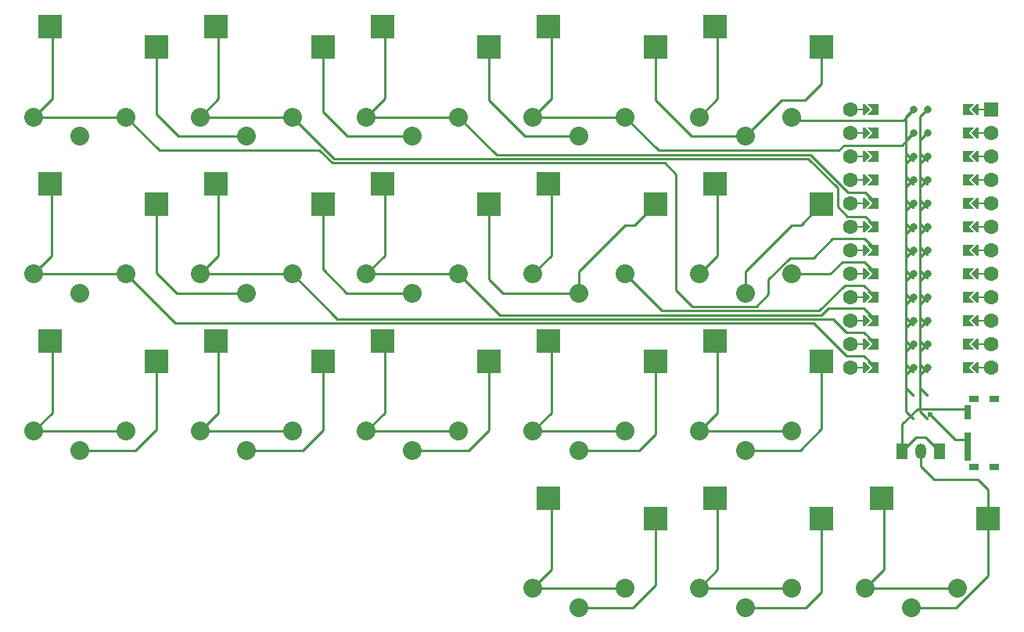
<source format=gbr>
%TF.GenerationSoftware,KiCad,Pcbnew,(6.0.7)*%
%TF.CreationDate,2022-08-24T19:26:19+02:00*%
%TF.ProjectId,leko_pona,6c656b6f-5f70-46f6-9e61-2e6b69636164,v1.0.0*%
%TF.SameCoordinates,Original*%
%TF.FileFunction,Copper,L2,Bot*%
%TF.FilePolarity,Positive*%
%FSLAX46Y46*%
G04 Gerber Fmt 4.6, Leading zero omitted, Abs format (unit mm)*
G04 Created by KiCad (PCBNEW (6.0.7)) date 2022-08-24 19:26:19*
%MOMM*%
%LPD*%
G01*
G04 APERTURE LIST*
G04 Aperture macros list*
%AMFreePoly0*
4,1,5,0.125000,-0.500000,-0.125000,-0.500000,-0.125000,0.500000,0.125000,0.500000,0.125000,-0.500000,0.125000,-0.500000,$1*%
%AMFreePoly1*
4,1,6,0.600000,0.200000,0.000000,-0.400000,-0.600000,0.200000,-0.600000,0.400000,0.600000,0.400000,0.600000,0.200000,0.600000,0.200000,$1*%
%AMFreePoly2*
4,1,49,0.004773,0.123721,0.009154,0.124665,0.028961,0.117240,0.062500,0.108253,0.068237,0.102516,0.075053,0.099961,0.087617,0.083136,0.108253,0.062500,0.111178,0.051584,0.117161,0.043572,0.118539,0.024114,0.125000,0.000000,0.121239,-0.014035,0.122131,-0.026629,0.113759,-0.041951,0.108253,-0.062500,0.095644,-0.075109,0.088389,-0.088388,-0.641000,-0.817776,-0.641000,-4.770224,
0.088389,-5.499612,0.109852,-5.528356,0.124665,-5.597154,0.099961,-5.663053,0.043572,-5.705161,-0.026629,-5.710131,-0.088388,-5.676389,-0.854388,-4.910388,-0.867707,-4.892552,-0.871189,-4.889530,-0.871982,-4.886826,-0.875852,-4.881644,-0.882331,-4.851549,-0.891000,-4.822000,-0.891000,-0.766000,-0.887805,-0.743969,-0.888131,-0.739371,-0.886780,-0.736898,-0.885852,-0.730498,-0.869151,-0.704632,
-0.854388,-0.677612,-0.088388,0.088389,-0.064606,0.106147,-0.062500,0.108253,-0.061385,0.108552,-0.059644,0.109852,-0.043806,0.113262,0.000000,0.125000,0.004773,0.123721,0.004773,0.123721,$1*%
%AMFreePoly3*
4,1,6,0.600000,-0.250000,-0.600000,-0.250000,-0.600000,1.000000,0.000000,0.400000,0.600000,1.000000,0.600000,-0.250000,0.600000,-0.250000,$1*%
G04 Aperture macros list end*
%TA.AperFunction,SMDPad,CuDef*%
%ADD10R,2.600000X2.600000*%
%TD*%
%TA.AperFunction,ComponentPad*%
%ADD11C,0.600000*%
%TD*%
%TA.AperFunction,ComponentPad*%
%ADD12C,2.032000*%
%TD*%
%TA.AperFunction,SMDPad,CuDef*%
%ADD13R,1.000000X0.800000*%
%TD*%
%TA.AperFunction,SMDPad,CuDef*%
%ADD14R,0.700000X1.500000*%
%TD*%
%TA.AperFunction,SMDPad,CuDef*%
%ADD15FreePoly0,90.000000*%
%TD*%
%TA.AperFunction,SMDPad,CuDef*%
%ADD16FreePoly1,270.000000*%
%TD*%
%TA.AperFunction,SMDPad,CuDef*%
%ADD17FreePoly1,90.000000*%
%TD*%
%TA.AperFunction,SMDPad,CuDef*%
%ADD18FreePoly0,270.000000*%
%TD*%
%TA.AperFunction,ComponentPad*%
%ADD19C,1.600000*%
%TD*%
%TA.AperFunction,ComponentPad*%
%ADD20R,1.600000X1.600000*%
%TD*%
%TA.AperFunction,SMDPad,CuDef*%
%ADD21FreePoly2,270.000000*%
%TD*%
%TA.AperFunction,SMDPad,CuDef*%
%ADD22FreePoly3,90.000000*%
%TD*%
%TA.AperFunction,ComponentPad*%
%ADD23C,0.800000*%
%TD*%
%TA.AperFunction,SMDPad,CuDef*%
%ADD24FreePoly3,270.000000*%
%TD*%
%TA.AperFunction,SMDPad,CuDef*%
%ADD25FreePoly2,90.000000*%
%TD*%
%TA.AperFunction,ComponentPad*%
%ADD26R,1.200000X1.700000*%
%TD*%
%TA.AperFunction,ComponentPad*%
%ADD27O,1.200000X1.700000*%
%TD*%
%TA.AperFunction,Conductor*%
%ADD28C,0.250000*%
%TD*%
G04 APERTURE END LIST*
D10*
%TO.P,S31,1*%
%TO.N,thumb_tucky_default*%
X50725000Y-11050000D03*
%TO.P,S31,2*%
%TO.N,GND*%
X62275000Y-13250000D03*
%TD*%
%TO.P,S19,1*%
%TO.N,main_index_bottom*%
X50725000Y5950000D03*
%TO.P,S19,2*%
%TO.N,GND*%
X62275000Y3750000D03*
%TD*%
%TO.P,S9,1*%
%TO.N,main_ring_home*%
X14725000Y22950000D03*
%TO.P,S9,2*%
%TO.N,GND*%
X26275000Y20750000D03*
%TD*%
%TO.P,S11,1*%
%TO.N,main_ring_top*%
X14725000Y39950000D03*
%TO.P,S11,2*%
%TO.N,GND*%
X26275000Y37750000D03*
%TD*%
%TO.P,S7,1*%
%TO.N,main_ring_bottom*%
X14725000Y5950000D03*
%TO.P,S7,2*%
%TO.N,GND*%
X26275000Y3750000D03*
%TD*%
D11*
%TO.P,REF\u002A\u002A,1*%
%TO.N,RAW*%
X92000000Y-2000000D03*
%TD*%
D10*
%TO.P,S23,1*%
%TO.N,main_index_top*%
X50725000Y39950000D03*
%TO.P,S23,2*%
%TO.N,GND*%
X62275000Y37750000D03*
%TD*%
%TO.P,S1,1*%
%TO.N,main_pinky_bottom*%
X-3275000Y5950000D03*
%TO.P,S1,2*%
%TO.N,GND*%
X8275000Y3750000D03*
%TD*%
D12*
%TO.P,S28,1*%
%TO.N,main_inner_home*%
X67000000Y13200000D03*
X77000000Y13200000D03*
%TO.P,S28,2*%
%TO.N,GND*%
X72000000Y11100000D03*
X72000000Y11100000D03*
%TD*%
%TO.P,S8,1*%
%TO.N,main_ring_bottom*%
X13000000Y-3800000D03*
X23000000Y-3800000D03*
%TO.P,S8,2*%
%TO.N,GND*%
X18000000Y-5900000D03*
X18000000Y-5900000D03*
%TD*%
%TO.P,S20,1*%
%TO.N,main_index_bottom*%
X49000000Y-3800000D03*
X59000000Y-3800000D03*
%TO.P,S20,2*%
%TO.N,GND*%
X54000000Y-5900000D03*
X54000000Y-5900000D03*
%TD*%
D13*
%TO.P,,*%
%TO.N,*%
X98930000Y-7650000D03*
X96720000Y-350000D03*
X98930000Y-350000D03*
X96720000Y-7650000D03*
D14*
%TO.P,,1*%
%TO.N,pos*%
X96070000Y-1750000D03*
%TO.P,,2*%
%TO.N,RAW*%
X96070000Y-4750000D03*
%TO.P,,3*%
%TO.N,N/C*%
X96070000Y-6250000D03*
%TD*%
D10*
%TO.P,S33,1*%
%TO.N,thumb_middle_default*%
X68725000Y-11050000D03*
%TO.P,S33,2*%
%TO.N,GND*%
X80275000Y-13250000D03*
%TD*%
D12*
%TO.P,S22,1*%
%TO.N,main_index_home*%
X59000000Y13200000D03*
X49000000Y13200000D03*
%TO.P,S22,2*%
%TO.N,GND*%
X54000000Y11100000D03*
X54000000Y11100000D03*
%TD*%
%TO.P,S6,1*%
%TO.N,main_pinky_top*%
X5000000Y30200000D03*
X-5000000Y30200000D03*
%TO.P,S6,2*%
%TO.N,GND*%
X0Y28100000D03*
X0Y28100000D03*
%TD*%
D10*
%TO.P,S27,1*%
%TO.N,main_inner_home*%
X68725000Y22950000D03*
%TO.P,S27,2*%
%TO.N,GND*%
X80275000Y20750000D03*
%TD*%
D12*
%TO.P,S14,1*%
%TO.N,main_middle_bottom*%
X41000000Y-3800000D03*
X31000000Y-3800000D03*
%TO.P,S14,2*%
%TO.N,GND*%
X36000000Y-5900000D03*
X36000000Y-5900000D03*
%TD*%
%TO.P,S34,1*%
%TO.N,thumb_middle_default*%
X67000000Y-20800000D03*
X77000000Y-20800000D03*
%TO.P,S34,2*%
%TO.N,GND*%
X72000000Y-22900000D03*
X72000000Y-22900000D03*
%TD*%
D10*
%TO.P,S15,1*%
%TO.N,main_middle_home*%
X32725000Y22950000D03*
%TO.P,S15,2*%
%TO.N,GND*%
X44275000Y20750000D03*
%TD*%
D12*
%TO.P,S18,1*%
%TO.N,main_middle_top*%
X31000000Y30200000D03*
X41000000Y30200000D03*
%TO.P,S18,2*%
%TO.N,GND*%
X36000000Y28100000D03*
X36000000Y28100000D03*
%TD*%
D10*
%TO.P,S21,1*%
%TO.N,main_index_home*%
X50725000Y22950000D03*
%TO.P,S21,2*%
%TO.N,GND*%
X62275000Y20750000D03*
%TD*%
D12*
%TO.P,S32,1*%
%TO.N,thumb_tucky_default*%
X59000000Y-20800000D03*
X49000000Y-20800000D03*
%TO.P,S32,2*%
%TO.N,GND*%
X54000000Y-22900000D03*
X54000000Y-22900000D03*
%TD*%
%TO.P,S30,1*%
%TO.N,main_inner_top*%
X67000000Y30200000D03*
X77000000Y30200000D03*
%TO.P,S30,2*%
%TO.N,GND*%
X72000000Y28100000D03*
X72000000Y28100000D03*
%TD*%
D10*
%TO.P,S29,1*%
%TO.N,main_inner_top*%
X68725000Y39950000D03*
%TO.P,S29,2*%
%TO.N,GND*%
X80275000Y37750000D03*
%TD*%
%TO.P,S25,1*%
%TO.N,main_inner_bottom*%
X68725000Y5950000D03*
%TO.P,S25,2*%
%TO.N,GND*%
X80275000Y3750000D03*
%TD*%
D12*
%TO.P,S36,1*%
%TO.N,thumb_reachy_default*%
X95000000Y-20800000D03*
X85000000Y-20800000D03*
%TO.P,S36,2*%
%TO.N,GND*%
X90000000Y-22900000D03*
X90000000Y-22900000D03*
%TD*%
D10*
%TO.P,S17,1*%
%TO.N,main_middle_top*%
X32725000Y39950000D03*
%TO.P,S17,2*%
%TO.N,GND*%
X44275000Y37750000D03*
%TD*%
%TO.P,S35,1*%
%TO.N,thumb_reachy_default*%
X86725000Y-11050000D03*
%TO.P,S35,2*%
%TO.N,GND*%
X98275000Y-13250000D03*
%TD*%
D12*
%TO.P,S12,1*%
%TO.N,main_ring_top*%
X13000000Y30200000D03*
X23000000Y30200000D03*
%TO.P,S12,2*%
%TO.N,GND*%
X18000000Y28100000D03*
X18000000Y28100000D03*
%TD*%
D10*
%TO.P,S13,1*%
%TO.N,main_middle_bottom*%
X32725000Y5950000D03*
%TO.P,S13,2*%
%TO.N,GND*%
X44275000Y3750000D03*
%TD*%
D15*
%TO.P,MCU1,*%
%TO.N,*%
X84650000Y10650000D03*
D16*
X96842000Y23350000D03*
D17*
X85158000Y18270000D03*
D15*
X84650000Y28430000D03*
D18*
X97350000Y28430000D03*
D19*
X98620000Y28430000D03*
D18*
X97350000Y18270000D03*
X97350000Y8110000D03*
X97350000Y30970000D03*
D19*
X83380000Y15730000D03*
X98620000Y23350000D03*
X98620000Y8110000D03*
D18*
X97350000Y25890000D03*
D17*
X85158000Y13190000D03*
D16*
X96842000Y30970000D03*
D18*
X97350000Y20810000D03*
D19*
X98620000Y13190000D03*
D16*
X96842000Y28430000D03*
D17*
X85158000Y3030000D03*
D19*
X83380000Y20810000D03*
X83380000Y23350000D03*
X83380000Y10650000D03*
X83380000Y18270000D03*
X98620000Y30970000D03*
X98620000Y3030000D03*
X98620000Y25890000D03*
X83380000Y5570000D03*
D17*
X85158000Y20810000D03*
D15*
X84650000Y23350000D03*
D19*
X98620000Y20810000D03*
D18*
X97350000Y23350000D03*
D16*
X96842000Y18270000D03*
D15*
X84650000Y5570000D03*
D19*
X83380000Y28430000D03*
D17*
X85158000Y8110000D03*
D19*
X83380000Y30970000D03*
D17*
X85158000Y28430000D03*
D18*
X97350000Y5570000D03*
D19*
X98620000Y15730000D03*
X83380000Y25890000D03*
D17*
X85158000Y25890000D03*
D15*
X84650000Y8110000D03*
D17*
X85158000Y30970000D03*
X85158000Y23350000D03*
D15*
X84650000Y15730000D03*
D18*
X97350000Y15730000D03*
D19*
X98620000Y18270000D03*
D16*
X96842000Y5570000D03*
D19*
X98620000Y5570000D03*
D17*
X85158000Y15730000D03*
D20*
X98620000Y30970000D03*
D15*
X84650000Y25890000D03*
D16*
X96842000Y8110000D03*
X96842000Y15730000D03*
X96842000Y25890000D03*
D19*
X83380000Y3030000D03*
X83380000Y8110000D03*
D18*
X97350000Y13190000D03*
D15*
X84650000Y30970000D03*
D16*
X96842000Y20810000D03*
D17*
X85158000Y10650000D03*
D15*
X84650000Y13190000D03*
D16*
X96842000Y13190000D03*
D18*
X97350000Y3030000D03*
D15*
X84650000Y3030000D03*
D18*
X97350000Y10650000D03*
D15*
X84650000Y20810000D03*
X84650000Y18270000D03*
D17*
X85158000Y5570000D03*
D19*
X98620000Y10650000D03*
X83380000Y13190000D03*
D16*
X96842000Y10650000D03*
X96842000Y3030000D03*
D21*
%TO.P,MCU1,1*%
%TO.N,RAW*%
X91762000Y30970000D03*
D22*
X86174000Y30970000D03*
D23*
X91762000Y30970000D03*
%TO.P,MCU1,2*%
%TO.N,GND*%
X91762000Y28430000D03*
D22*
%TO.N,N/C*%
X86174000Y28430000D03*
D21*
%TO.N,GND*%
X91762000Y28430000D03*
D23*
%TO.P,MCU1,3*%
%TO.N,RST*%
X91762000Y25890000D03*
D21*
X91762000Y25890000D03*
D22*
X86174000Y25890000D03*
D21*
%TO.P,MCU1,4*%
%TO.N,VCC*%
X91762000Y23350000D03*
D23*
X91762000Y23350000D03*
D22*
X86174000Y23350000D03*
%TO.P,MCU1,5*%
%TO.N,main_middle_top*%
X86174000Y20810000D03*
D23*
X91762000Y20810000D03*
D21*
X91762000Y20810000D03*
D22*
%TO.P,MCU1,6*%
%TO.N,main_ring_top*%
X86174000Y18270000D03*
D23*
X91762000Y18270000D03*
D21*
X91762000Y18270000D03*
%TO.P,MCU1,7*%
%TO.N,main_pinky_top*%
X91762000Y15730000D03*
D22*
X86174000Y15730000D03*
D23*
X91762000Y15730000D03*
%TO.P,MCU1,8*%
%TO.N,main_inner_home*%
X91762000Y13190000D03*
D22*
X86174000Y13190000D03*
D21*
X91762000Y13190000D03*
D22*
%TO.P,MCU1,9*%
%TO.N,main_index_home*%
X86174000Y10650000D03*
D23*
X91762000Y10650000D03*
D21*
X91762000Y10650000D03*
%TO.P,MCU1,10*%
%TO.N,main_middle_home*%
X91762000Y8110000D03*
D23*
X91762000Y8110000D03*
D22*
X86174000Y8110000D03*
D21*
%TO.P,MCU1,11*%
%TO.N,main_ring_home*%
X91762000Y5570000D03*
D23*
X91762000Y5570000D03*
D22*
X86174000Y5570000D03*
D23*
%TO.P,MCU1,12*%
%TO.N,main_pinky_home*%
X91762000Y3030000D03*
D22*
X86174000Y3030000D03*
D21*
X91762000Y3030000D03*
D24*
%TO.P,MCU1,13*%
%TO.N,thumb_reachy_default*%
X95826000Y3030000D03*
D23*
X90238000Y3030000D03*
D25*
X90238000Y3030000D03*
D23*
%TO.P,MCU1,14*%
%TO.N,thumb_middle_default*%
X90238000Y5570000D03*
D24*
X95826000Y5570000D03*
D25*
X90238000Y5570000D03*
%TO.P,MCU1,15*%
%TO.N,thumb_tucky_default*%
X90238000Y8110000D03*
D24*
X95826000Y8110000D03*
D23*
X90238000Y8110000D03*
%TO.P,MCU1,16*%
%TO.N,main_inner_bottom*%
X90238000Y10650000D03*
D25*
X90238000Y10650000D03*
D24*
X95826000Y10650000D03*
D23*
%TO.P,MCU1,17*%
%TO.N,main_index_bottom*%
X90238000Y13190000D03*
D24*
X95826000Y13190000D03*
D25*
X90238000Y13190000D03*
%TO.P,MCU1,18*%
%TO.N,main_middle_bottom*%
X90238000Y15730000D03*
D24*
X95826000Y15730000D03*
D23*
X90238000Y15730000D03*
D24*
%TO.P,MCU1,19*%
%TO.N,main_ring_bottom*%
X95826000Y18270000D03*
D25*
X90238000Y18270000D03*
D23*
X90238000Y18270000D03*
D25*
%TO.P,MCU1,20*%
%TO.N,main_pinky_bottom*%
X90238000Y20810000D03*
D24*
X95826000Y20810000D03*
D23*
X90238000Y20810000D03*
D25*
%TO.P,MCU1,21*%
%TO.N,GND*%
X90238000Y23350000D03*
D24*
X95826000Y23350000D03*
D23*
X90238000Y23350000D03*
D25*
%TO.P,MCU1,22*%
X90238000Y25890000D03*
D23*
X90238000Y25890000D03*
D24*
X95826000Y25890000D03*
%TO.P,MCU1,23*%
%TO.N,main_index_top*%
X95826000Y28430000D03*
D23*
X90238000Y28430000D03*
D25*
X90238000Y28430000D03*
D24*
%TO.P,MCU1,24*%
%TO.N,main_inner_top*%
X95826000Y30970000D03*
D23*
X90238000Y30970000D03*
D25*
X90238000Y30970000D03*
%TD*%
D12*
%TO.P,S24,1*%
%TO.N,main_index_top*%
X49000000Y30200000D03*
X59000000Y30200000D03*
%TO.P,S24,2*%
%TO.N,GND*%
X54000000Y28100000D03*
X54000000Y28100000D03*
%TD*%
%TO.P,S16,1*%
%TO.N,main_middle_home*%
X41000000Y13200000D03*
X31000000Y13200000D03*
%TO.P,S16,2*%
%TO.N,GND*%
X36000000Y11100000D03*
X36000000Y11100000D03*
%TD*%
%TO.P,S10,1*%
%TO.N,main_ring_home*%
X23000000Y13200000D03*
X13000000Y13200000D03*
%TO.P,S10,2*%
%TO.N,GND*%
X18000000Y11100000D03*
X18000000Y11100000D03*
%TD*%
D10*
%TO.P,S3,1*%
%TO.N,main_pinky_home*%
X-3275000Y22950000D03*
%TO.P,S3,2*%
%TO.N,GND*%
X8275000Y20750000D03*
%TD*%
D12*
%TO.P,S26,1*%
%TO.N,main_inner_bottom*%
X77000000Y-3800000D03*
X67000000Y-3800000D03*
%TO.P,S26,2*%
%TO.N,GND*%
X72000000Y-5900000D03*
X72000000Y-5900000D03*
%TD*%
D26*
%TO.P,JST1,1*%
%TO.N,pos*%
X93000000Y-6000000D03*
D27*
%TO.P,JST1,2*%
%TO.N,GND*%
X91000000Y-6000000D03*
D26*
%TO.P,JST1,3*%
%TO.N,pos*%
X89000000Y-6000000D03*
%TD*%
D12*
%TO.P,S2,1*%
%TO.N,main_pinky_bottom*%
X-5000000Y-3800000D03*
X5000000Y-3800000D03*
%TO.P,S2,2*%
%TO.N,GND*%
X0Y-5900000D03*
X0Y-5900000D03*
%TD*%
%TO.P,S4,1*%
%TO.N,main_pinky_home*%
X-5000000Y13200000D03*
X5000000Y13200000D03*
%TO.P,S4,2*%
%TO.N,GND*%
X0Y11100000D03*
X0Y11100000D03*
%TD*%
D10*
%TO.P,S5,1*%
%TO.N,main_pinky_top*%
X-3275000Y39950000D03*
%TO.P,S5,2*%
%TO.N,GND*%
X8275000Y37750000D03*
%TD*%
D28*
%TO.N,main_pinky_bottom*%
X-5000000Y-3800000D02*
X5000000Y-3800000D01*
X-5000000Y-3800000D02*
X-3000000Y-1800000D01*
X-3000000Y5675000D02*
X-3275000Y5950000D01*
X-3000000Y-1800000D02*
X-3000000Y5675000D01*
%TO.N,GND*%
X92444440Y-9000000D02*
X97178384Y-9000000D01*
X26275000Y30725000D02*
X28900000Y28100000D01*
X94796461Y-22900000D02*
X98275000Y-19421461D01*
X62275000Y3750000D02*
X62275000Y-4146827D01*
X26275000Y20750000D02*
X26275000Y13717988D01*
X80275000Y20750000D02*
X78025000Y18500000D01*
X8275000Y-3652487D02*
X6027487Y-5900000D01*
X44275000Y37750000D02*
X44275000Y32011718D01*
X72000000Y28100000D02*
X75900000Y32000000D01*
X44275000Y20750000D02*
X44275000Y12641119D01*
X78582747Y-22900000D02*
X72000000Y-22900000D01*
X24100000Y-5900000D02*
X18000000Y-5900000D01*
X80275000Y33775000D02*
X80275000Y37750000D01*
X8275000Y20750000D02*
X8275000Y13333625D01*
X54000000Y13500000D02*
X54000000Y11100000D01*
X10645829Y28100000D02*
X8275000Y30470829D01*
X80275000Y-3558798D02*
X77933798Y-5900000D01*
X80275000Y-13250000D02*
X80275000Y-21207747D01*
X98275000Y-10096616D02*
X98275000Y-13250000D01*
X80275000Y3750000D02*
X80275000Y-3558798D01*
X62275000Y32011718D02*
X66186718Y28100000D01*
X60521827Y-5900000D02*
X54000000Y-5900000D01*
X8275000Y30470829D02*
X8275000Y37750000D01*
X26275000Y-3725000D02*
X24100000Y-5900000D01*
X44275000Y-3704169D02*
X42079169Y-5900000D01*
X91000000Y-6000000D02*
X91000000Y-7555560D01*
X48186718Y28100000D02*
X54000000Y28100000D01*
X28900000Y28100000D02*
X36000000Y28100000D01*
X6027487Y-5900000D02*
X0Y-5900000D01*
X26275000Y13717988D02*
X28892988Y11100000D01*
X66186718Y28100000D02*
X72000000Y28100000D01*
X18000000Y28100000D02*
X10645829Y28100000D01*
X44275000Y3750000D02*
X44275000Y-3704169D01*
X75900000Y32000000D02*
X78500000Y32000000D01*
X44275000Y32011718D02*
X48186718Y28100000D01*
X72000000Y13500000D02*
X72000000Y11100000D01*
X62275000Y-13250000D02*
X62275000Y-20438282D01*
X44275000Y12641119D02*
X45816119Y11100000D01*
X91000000Y-7555560D02*
X92444440Y-9000000D01*
X59000000Y18500000D02*
X54000000Y13500000D01*
X8275000Y3750000D02*
X8275000Y-3652487D01*
X28892988Y11100000D02*
X36000000Y11100000D01*
X77000000Y18500000D02*
X72000000Y13500000D01*
X97178384Y-9000000D02*
X98275000Y-10096616D01*
X26275000Y3750000D02*
X26275000Y-3725000D01*
X26275000Y37750000D02*
X26275000Y30725000D01*
X77933798Y-5900000D02*
X72000000Y-5900000D01*
X62275000Y-4146827D02*
X60521827Y-5900000D01*
X98275000Y-19421461D02*
X98275000Y-13250000D01*
X78025000Y18500000D02*
X77000000Y18500000D01*
X78500000Y32000000D02*
X80275000Y33775000D01*
X80275000Y-21207747D02*
X78582747Y-22900000D01*
X90000000Y-22900000D02*
X94796461Y-22900000D01*
X42079169Y-5900000D02*
X36000000Y-5900000D01*
X45816119Y11100000D02*
X54000000Y11100000D01*
X62275000Y-20438282D02*
X59813282Y-22900000D01*
X62275000Y20750000D02*
X60025000Y18500000D01*
X59813282Y-22900000D02*
X54000000Y-22900000D01*
X8275000Y13333625D02*
X10508625Y11100000D01*
X62275000Y37750000D02*
X62275000Y32011718D01*
X60025000Y18500000D02*
X59000000Y18500000D01*
X10508625Y11100000D02*
X18000000Y11100000D01*
%TO.N,main_pinky_home*%
X84843433Y4360567D02*
X82914433Y4360567D01*
X86174000Y3030000D02*
X84843433Y4360567D01*
X79396791Y7878209D02*
X10321791Y7878209D01*
X10321791Y7878209D02*
X5000000Y13200000D01*
X82914433Y4360567D02*
X79396791Y7878209D01*
X-5000000Y13200000D02*
X-3045756Y15154244D01*
X-3045756Y15154244D02*
X-3045756Y22720756D01*
X5000000Y13200000D02*
X-5000000Y13200000D01*
X-3045756Y22720756D02*
X-3275000Y22950000D01*
%TO.N,main_pinky_top*%
X79384659Y14951286D02*
X76829300Y14951286D01*
X25910444Y26621358D02*
X8578642Y26621358D01*
X-5000000Y30200000D02*
X-3000000Y32200000D01*
X64500000Y24000000D02*
X63281121Y25218879D01*
X-3000000Y32200000D02*
X-3000000Y39675000D01*
X5000000Y30200000D02*
X-5000000Y30200000D01*
X76829300Y14951286D02*
X74500000Y12621986D01*
X73178209Y9678209D02*
X66263833Y9678209D01*
X63281121Y25218879D02*
X27312923Y25218879D01*
X-3000000Y39675000D02*
X-3275000Y39950000D01*
X8578642Y26621358D02*
X5000000Y30200000D01*
X84904000Y17000000D02*
X81433373Y17000000D01*
X74500000Y11000000D02*
X73178209Y9678209D01*
X66263833Y9678209D02*
X64500000Y11442042D01*
X86174000Y15730000D02*
X84904000Y17000000D01*
X74500000Y12621986D02*
X74500000Y11000000D01*
X64500000Y11442042D02*
X64500000Y24000000D01*
X27312923Y25218879D02*
X25910444Y26621358D01*
X81433373Y17000000D02*
X79384659Y14951286D01*
%TO.N,main_ring_bottom*%
X15000000Y-1800000D02*
X15000000Y5675000D01*
X13000000Y-3800000D02*
X15000000Y-1800000D01*
X13000000Y-3800000D02*
X23000000Y-3800000D01*
X15000000Y5675000D02*
X14725000Y5950000D01*
%TO.N,main_ring_home*%
X15000000Y22675000D02*
X15000000Y15200000D01*
X82952376Y6900567D02*
X81524734Y8328209D01*
X81524734Y8328209D02*
X27871791Y8328209D01*
X86174000Y5570000D02*
X84843433Y6900567D01*
X27871791Y8328209D02*
X23000000Y13200000D01*
X13000000Y13200000D02*
X23000000Y13200000D01*
X84843433Y6900567D02*
X82952376Y6900567D01*
X15000000Y15200000D02*
X13000000Y13200000D01*
X14725000Y22950000D02*
X15000000Y22675000D01*
%TO.N,main_ring_top*%
X23000000Y30200000D02*
X13000000Y30200000D01*
X85012933Y19431067D02*
X86174000Y18270000D01*
X15000000Y32200000D02*
X15000000Y39675000D01*
X78833733Y25668879D02*
X82000000Y22502612D01*
X27531121Y25668879D02*
X78833733Y25668879D01*
X13000000Y30200000D02*
X15000000Y32200000D01*
X23000000Y30200000D02*
X27531121Y25668879D01*
X83068933Y19431067D02*
X85012933Y19431067D01*
X82000000Y22502612D02*
X82000000Y20500000D01*
X15000000Y39675000D02*
X14725000Y39950000D01*
X82000000Y20500000D02*
X83068933Y19431067D01*
%TO.N,main_middle_bottom*%
X33000000Y5675000D02*
X32725000Y5950000D01*
X31000000Y-3800000D02*
X33000000Y-1800000D01*
X33000000Y-1800000D02*
X33000000Y5675000D01*
X31000000Y-3800000D02*
X41000000Y-3800000D01*
%TO.N,main_middle_home*%
X81005124Y9500000D02*
X80283333Y8778209D01*
X33000000Y15200000D02*
X33000000Y22675000D01*
X84784000Y9500000D02*
X81005124Y9500000D01*
X45421791Y8778209D02*
X41000000Y13200000D01*
X80283333Y8778209D02*
X45421791Y8778209D01*
X86174000Y8110000D02*
X84784000Y9500000D01*
X33000000Y22675000D02*
X32725000Y22950000D01*
X31000000Y13200000D02*
X33000000Y15200000D01*
X31000000Y13200000D02*
X41000000Y13200000D01*
%TO.N,main_middle_top*%
X33000000Y32200000D02*
X33000000Y39675000D01*
X31000000Y30200000D02*
X33000000Y32200000D01*
X41000000Y30200000D02*
X45081121Y26118879D01*
X79020130Y26118879D02*
X83136143Y22002866D01*
X83136143Y22002866D02*
X84981134Y22002866D01*
X31000000Y30200000D02*
X41000000Y30200000D01*
X33000000Y39675000D02*
X32725000Y39950000D01*
X84981134Y22002866D02*
X86174000Y20810000D01*
X45081121Y26118879D02*
X79020130Y26118879D01*
%TO.N,main_index_bottom*%
X51000000Y5675000D02*
X50725000Y5950000D01*
X49000000Y-3800000D02*
X51000000Y-1800000D01*
X51000000Y-1800000D02*
X51000000Y5675000D01*
X49000000Y-3800000D02*
X59000000Y-3800000D01*
%TO.N,main_index_home*%
X84824000Y12000000D02*
X82778893Y12000000D01*
X51000000Y22675000D02*
X50725000Y22950000D01*
X80007102Y9228209D02*
X62971791Y9228209D01*
X86174000Y10650000D02*
X84824000Y12000000D01*
X51000000Y15200000D02*
X51000000Y22675000D01*
X62971791Y9228209D02*
X59000000Y13200000D01*
X49000000Y13200000D02*
X51000000Y15200000D01*
X82778893Y12000000D02*
X80007102Y9228209D01*
%TO.N,main_index_top*%
X51000000Y32200000D02*
X51000000Y39675000D01*
X90238000Y28430000D02*
X88966847Y27158847D01*
X59000000Y30200000D02*
X49000000Y30200000D01*
X88966847Y27158847D02*
X82658847Y27158847D01*
X51000000Y39675000D02*
X50725000Y39950000D01*
X62631121Y26568879D02*
X59000000Y30200000D01*
X49000000Y30200000D02*
X51000000Y32200000D01*
X82068879Y26568879D02*
X62631121Y26568879D01*
X82658847Y27158847D02*
X82068879Y26568879D01*
%TO.N,main_inner_bottom*%
X67000000Y-3800000D02*
X69000000Y-1800000D01*
X69000000Y5675000D02*
X68725000Y5950000D01*
X67000000Y-3800000D02*
X77000000Y-3800000D01*
X69000000Y-1800000D02*
X69000000Y5675000D01*
%TO.N,main_inner_home*%
X86174000Y13190000D02*
X84864000Y14500000D01*
X84864000Y14500000D02*
X82500000Y14500000D01*
X69000000Y15200000D02*
X69000000Y22675000D01*
X81200000Y13200000D02*
X77000000Y13200000D01*
X82500000Y14500000D02*
X81200000Y13200000D01*
X67000000Y13200000D02*
X69000000Y15200000D01*
X69000000Y22675000D02*
X68725000Y22950000D01*
%TO.N,main_inner_top*%
X67000000Y30200000D02*
X69000000Y32200000D01*
X77355000Y29845000D02*
X77000000Y30200000D01*
X89113000Y29845000D02*
X77355000Y29845000D01*
X69000000Y39675000D02*
X68725000Y39950000D01*
X90238000Y30970000D02*
X89113000Y29845000D01*
X69000000Y32200000D02*
X69000000Y39675000D01*
%TO.N,thumb_tucky_default*%
X51000000Y-18800000D02*
X51000000Y-11325000D01*
X49000000Y-20800000D02*
X51000000Y-18800000D01*
X51000000Y-11325000D02*
X50725000Y-11050000D01*
X59000000Y-20800000D02*
X49000000Y-20800000D01*
%TO.N,thumb_middle_default*%
X69000000Y-18800000D02*
X69000000Y-11325000D01*
X67000000Y-20800000D02*
X69000000Y-18800000D01*
X69000000Y-11325000D02*
X68725000Y-11050000D01*
X77000000Y-20800000D02*
X67000000Y-20800000D01*
%TO.N,thumb_reachy_default*%
X85000000Y-20800000D02*
X87000000Y-18800000D01*
X87000000Y-11325000D02*
X86725000Y-11050000D01*
X85000000Y-20800000D02*
X95000000Y-20800000D01*
X87000000Y-18800000D02*
X87000000Y-11325000D01*
%TO.N,pos*%
X90500000Y-4500000D02*
X89000000Y-6000000D01*
X91500000Y-4500000D02*
X90500000Y-4500000D01*
X89000000Y-3000000D02*
X89000000Y-6000000D01*
X93000000Y-6000000D02*
X91500000Y-4500000D01*
X96070000Y-1750000D02*
X95695000Y-1375000D01*
X90625000Y-1375000D02*
X89000000Y-3000000D01*
X95695000Y-1375000D02*
X90625000Y-1375000D01*
%TO.N,RAW*%
X92000000Y-2000000D02*
X94750000Y-4750000D01*
X94750000Y-4750000D02*
X96070000Y-4750000D01*
%TD*%
M02*

</source>
